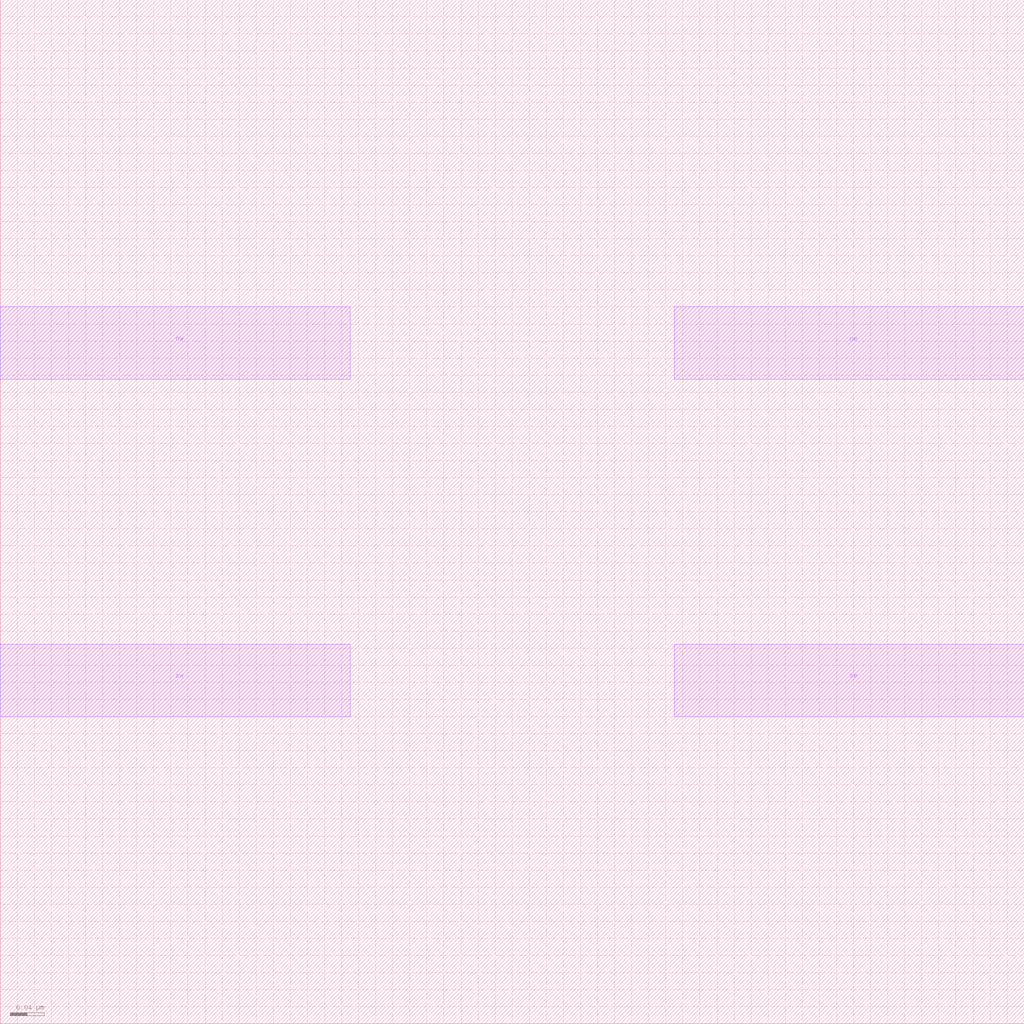
<source format=lef>
VERSION 5.8 ;

BUSBITCHARS "[]" ;

DIVIDERCHAR "/" ;

UNITS
    DATABASE MICRONS 1000 ;
END UNITS

MANUFACTURINGGRID 0.000500 ;

CLEARANCEMEASURE EUCLIDEAN ;
USEMINSPACING OBS ON ;

SITE CoreSite
    CLASS CORE ;
    SIZE 0.300 BY 0.300 ;
END CoreSite

MACRO QUBIT
    CLASS CORE ;
    FOREIGN QUBIT 0.000000 0.000000 ;
    ORIGIN 0.000000 0.000000 ;
    SIZE 1.200000 BY 1.200000 ;
    SYMMETRY X Y ;
    PIN nw
        DIRECTION INPUT ;
        USE SIGNAL ;
        PORT
        LAYER Metal1 ;
        RECT 0.000000 0.755000 0.410000 0.840000 ;
        END
    END nw
    PIN sw
        DIRECTION INPUT ;
        USE SIGNAL ;
        PORT
        LAYER Metal1 ;
        RECT 0.000000 0.360000 0.410000 0.445000 ;
        END
    END sw
    PIN se
        DIRECTION INPUT ;
        USE SIGNAL ;
        PORT
        LAYER Metal1 ;
        RECT 0.790000 0.360000 1.200000 0.445000 ;
        END
    END se
    PIN ne
        DIRECTION INPUT ;
        USE SIGNAL ;
        PORT
        LAYER Metal1 ;
        RECT 0.790000 0.755000 1.200000 0.840000 ;
        END
    END ne
END QUBIT

MACRO WIRE_BLK
    CLASS CORE ;
    FOREIGN WIRE_BLK 0.000000 0.000000 ;
    ORIGIN 0.000000 0.000000 ;
    SIZE 0.300000 BY 0.300000 ;
    SYMMETRY X Y ;
    SITE CoreSite ;
    PIN IN
        DIRECTION INPUT ;
        USE SIGNAL ;
        PORT
        LAYER Metal1 ;
        RECT 0.000000 0.030000 0.030000 0.060000 ;
        END
    END IN
    PIN OUT
        DIRECTION OUTPUT ;
        USE SIGNAL ;
        PORT
        LAYER Metal1 ;
        RECT 0.270000 0.240000 0.300000 0.270000 ;
        END
    END OUT
END WIRE_BLK

END LIBRARY

</source>
